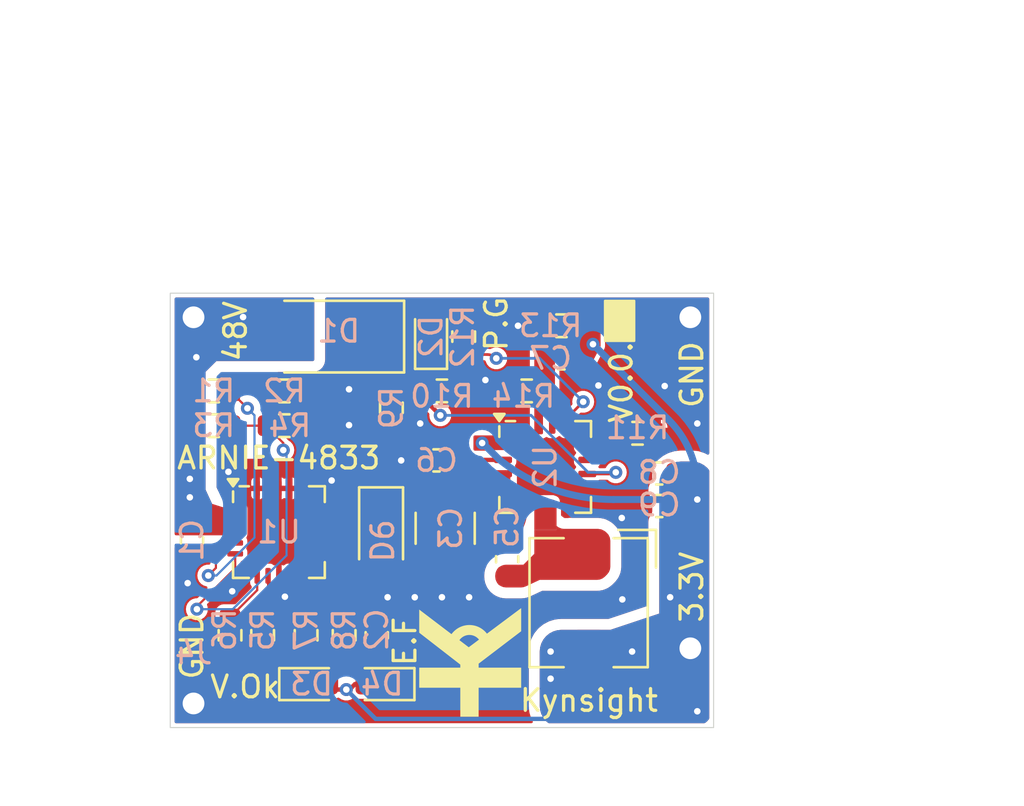
<source format=kicad_pcb>
(kicad_pcb
	(version 20240108)
	(generator "pcbnew")
	(generator_version "8.0")
	(general
		(thickness 1.6)
		(legacy_teardrops no)
	)
	(paper "A4")
	(layers
		(0 "F.Cu" signal)
		(31 "B.Cu" signal)
		(32 "B.Adhes" user "B.Adhesive")
		(33 "F.Adhes" user "F.Adhesive")
		(34 "B.Paste" user)
		(35 "F.Paste" user)
		(36 "B.SilkS" user "B.Silkscreen")
		(37 "F.SilkS" user "F.Silkscreen")
		(38 "B.Mask" user)
		(39 "F.Mask" user)
		(40 "Dwgs.User" user "User.Drawings")
		(41 "Cmts.User" user "User.Comments")
		(42 "Eco1.User" user "User.Eco1")
		(43 "Eco2.User" user "User.Eco2")
		(44 "Edge.Cuts" user)
		(45 "Margin" user)
		(46 "B.CrtYd" user "B.Courtyard")
		(47 "F.CrtYd" user "F.Courtyard")
		(48 "B.Fab" user)
		(49 "F.Fab" user)
		(50 "User.1" user)
		(51 "User.2" user)
		(52 "User.3" user)
		(53 "User.4" user)
		(54 "User.5" user)
		(55 "User.6" user)
		(56 "User.7" user)
		(57 "User.8" user)
		(58 "User.9" user)
	)
	(setup
		(stackup
			(layer "F.SilkS"
				(type "Top Silk Screen")
			)
			(layer "F.Paste"
				(type "Top Solder Paste")
			)
			(layer "F.Mask"
				(type "Top Solder Mask")
				(thickness 0.01)
			)
			(layer "F.Cu"
				(type "copper")
				(thickness 0.035)
			)
			(layer "dielectric 1"
				(type "core")
				(thickness 1.51)
				(material "FR4")
				(epsilon_r 4.5)
				(loss_tangent 0.02)
			)
			(layer "B.Cu"
				(type "copper")
				(thickness 0.035)
			)
			(layer "B.Mask"
				(type "Bottom Solder Mask")
				(thickness 0.01)
			)
			(layer "B.Paste"
				(type "Bottom Solder Paste")
			)
			(layer "B.SilkS"
				(type "Bottom Silk Screen")
			)
			(copper_finish "None")
			(dielectric_constraints no)
		)
		(pad_to_mask_clearance 0)
		(allow_soldermask_bridges_in_footprints no)
		(aux_axis_origin 75 125)
		(grid_origin 75 125)
		(pcbplotparams
			(layerselection 0x00010fc_ffffffff)
			(plot_on_all_layers_selection 0x0000000_00000000)
			(disableapertmacros no)
			(usegerberextensions yes)
			(usegerberattributes no)
			(usegerberadvancedattributes no)
			(creategerberjobfile no)
			(dashed_line_dash_ratio 12.000000)
			(dashed_line_gap_ratio 3.000000)
			(svgprecision 4)
			(plotframeref no)
			(viasonmask no)
			(mode 1)
			(useauxorigin no)
			(hpglpennumber 1)
			(hpglpenspeed 20)
			(hpglpendiameter 15.000000)
			(pdf_front_fp_property_popups yes)
			(pdf_back_fp_property_popups yes)
			(dxfpolygonmode yes)
			(dxfimperialunits yes)
			(dxfusepcbnewfont yes)
			(psnegative no)
			(psa4output no)
			(plotreference yes)
			(plotvalue no)
			(plotfptext yes)
			(plotinvisibletext no)
			(sketchpadsonfab no)
			(subtractmaskfromsilk yes)
			(outputformat 1)
			(mirror no)
			(drillshape 0)
			(scaleselection 1)
			(outputdirectory "../01_output/00_gerber/")
		)
	)
	(net 0 "")
	(net 1 "GND")
	(net 2 "Vin")
	(net 3 "/ID_TSTART")
	(net 4 "VIN")
	(net 5 "unconnected-(U2-SS{slash}TR-Pad14)")
	(net 6 "/DCDC_SW")
	(net 7 "/DCDC_BST")
	(net 8 "/DCDC_VCC")
	(net 9 "Vout")
	(net 10 "/DCDC_FB")
	(net 11 "/ID_UVLO")
	(net 12 "/ID_OVLO")
	(net 13 "/ID_SETI")
	(net 14 "/ID_CLMODE")
	(net 15 "/ID_UVOV")
	(net 16 "/~{ID_FLAG}")
	(net 17 "/DCDC_UVLO")
	(net 18 "/DCDC_FS")
	(net 19 "unconnected-(U1-EN-Pad9)")
	(net 20 "unconnected-(U2-MSYNC-Pad12)")
	(net 21 "Net-(D4-K)")
	(net 22 "/DCDC_PG")
	(net 23 "Net-(D3-K)")
	(net 24 "Net-(D2-A)")
	(footprint "ked_symbols:kynsight_logo_5x5mm" (layer "F.Cu") (at 88.8 122 90))
	(footprint "Diode_SMD:D_PowerDI-123" (layer "F.Cu") (at 84.7 116.25 -90))
	(footprint "Capacitor_SMD:C_0603_1608Metric" (layer "F.Cu") (at 93 108 180))
	(footprint "Resistor_SMD:R_0603_1608Metric" (layer "F.Cu") (at 88.5 107 90))
	(footprint "LED_SMD:LED_0603_1608Metric" (layer "F.Cu") (at 84.75 123 180))
	(footprint "Resistor_SMD:R_0603_1608Metric" (layer "F.Cu") (at 96.5 111.45))
	(footprint "Capacitor_SMD:C_0603_1608Metric" (layer "F.Cu") (at 97.5 113.3 180))
	(footprint "Resistor_SMD:R_0603_1608Metric" (layer "F.Cu") (at 85.175 110.275 -90))
	(footprint "Package_DFN_QFN:TQFN-20-1EP_4x4mm_P0.5mm_EP2.9x2.9mm" (layer "F.Cu") (at 80 116))
	(footprint "Package_DFN_QFN:UQFN-16-1EP_4x4mm_P0.65mm_EP2.6x2.6mm" (layer "F.Cu") (at 92.25 113))
	(footprint "Resistor_SMD:R_0603_1608Metric" (layer "F.Cu") (at 91.4 109.5 180))
	(footprint "Inductor_SMD:L_Bourns_SRP5030T" (layer "F.Cu") (at 94.25 119.25 -90))
	(footprint "Resistor_SMD:R_0603_1608Metric" (layer "F.Cu") (at 83 120.75 90))
	(footprint "Resistor_SMD:R_0603_1608Metric" (layer "F.Cu") (at 93 106.5 180))
	(footprint "Resistor_SMD:R_0603_1608Metric" (layer "F.Cu") (at 77.75 120.75 -90))
	(footprint "Resistor_SMD:R_0603_1608Metric" (layer "F.Cu") (at 87.5 109.5))
	(footprint "Capacitor_SMD:C_0603_1608Metric" (layer "F.Cu") (at 87.25 112.7 180))
	(footprint "LED_SMD:LED_0603_1608Metric" (layer "F.Cu") (at 87 107 90))
	(footprint "Capacitor_SMD:C_0603_1608Metric" (layer "F.Cu") (at 84.5 120.75 -90))
	(footprint "Resistor_SMD:R_0603_1608Metric" (layer "F.Cu") (at 77 109.5))
	(footprint "Resistor_SMD:R_0603_1608Metric" (layer "F.Cu") (at 77 111.1))
	(footprint "Resistor_SMD:R_0603_1608Metric" (layer "F.Cu") (at 81.25 120.75 90))
	(footprint "Resistor_SMD:R_0603_1608Metric" (layer "F.Cu") (at 80.25 109.5))
	(footprint "Diode_SMD:D_SMA" (layer "F.Cu") (at 82.25 107 180))
	(footprint "Resistor_SMD:R_0603_1608Metric" (layer "F.Cu") (at 79.25 120.75 -90))
	(footprint "Capacitor_SMD:C_0603_1608Metric" (layer "F.Cu") (at 97.5 114.8 180))
	(footprint "Capacitor_SMD:C_0603_1608Metric" (layer "F.Cu") (at 90.5 117.25 -90))
	(footprint "Resistor_SMD:R_0603_1608Metric" (layer "F.Cu") (at 80.25 111.1))
	(footprint "LED_SMD:LED_0603_1608Metric" (layer "F.Cu") (at 81.5 123))
	(footprint "Capacitor_SMD:C_1210_3225Metric" (layer "F.Cu") (at 87.65 115.825 -90))
	(footprint "Capacitor_SMD:C_0603_1608Metric" (layer "F.Cu") (at 76 116.375 -90))
	(footprint "Connector_PinHeader_2.54mm:PinHeader_1x01_P2.54mm_Vertical" (layer "B.Cu") (at 98.93 106.11 180))
	(footprint "Connector_PinHeader_2.54mm:PinHeader_1x01_P2.54mm_Vertical" (layer "B.Cu") (at 76.07 123.89 180))
	(footprint "Connector_PinHeader_2.54mm:PinHeader_1x01_P2.54mm_Vertical"
		(layer "B.Cu")
		(uuid "5696af0c-113c-44b1-96be-01b0d6a0f035")
		(at 76.07 106.11 180)
		(descr "Through hole straight pin header, 1x01, 2.54mm pitch, single row")
		(tags "Through hole pin header THT 1x01 2.54mm single row")
		(property "Reference" "J1"
			(at 0 2.33 0)
			(layer "B.SilkS")
			(hide yes)
			(uuid "266138a8-91f1-4d5d-9e30-643c7364d8d7")
			(effects
				(font
					(size 1 1)
					(thickness 0.15)
				)
				(justify mirror)
			)
		)
		(property "Value" "Conn_01x01_Pin"
			(at 0 -2.33 0)
			(layer "B.Fab")
			(hide yes)
			(uuid "f83d13d0-c59e-4020-a883-75a780f3774c")
			(effects
				(font
					(size 1 1)
					(thickness 0.15)
				)
				(justify mirror)
			)
		)
		(property "Footprint" "Connector_PinHeader_2.54mm:PinHeader_1x01_P2.54mm_Vertical"
			(at 0 0 0)
			(unlocked yes)
			(layer "B.Fab")
			(hide yes)
			(uuid "0489bf6c-2fcb-4472-9fed-5d07aea82c0b")
			(effects
				(font
					(size 1.27 1.27)
					(thickness 0.15)
				)
				(justify mirror)
			)
		)
		(property "Datasheet" ""
			(at 0 0 0)
			(unlocked yes)
			(layer "B.Fab")
			(hide yes)
			(uuid "fd0bc5db-671e-4abc-8255-0dd8e75dc35f")
			(effects
				(font
					(size 1.27 1.27)
					(thickness 0.15)
				)
				(justify mirror)
			)
		)
		(property "Description" "Generic connector, single row, 01x01, script generated"
			(at 0 0 0)
			(unlocked yes)
			(layer "B.Fab")
			(hide yes)
			(uuid "b3d14d97-c911-4549-abfe-4c301694a1ab")
			(effects
				(font
					(size 1.27 1.27)
					(thickness 0.15)
				)
				(justify mirror)
			)
		)
		(property ki_fp_filters
... [147248 chars truncated]
</source>
